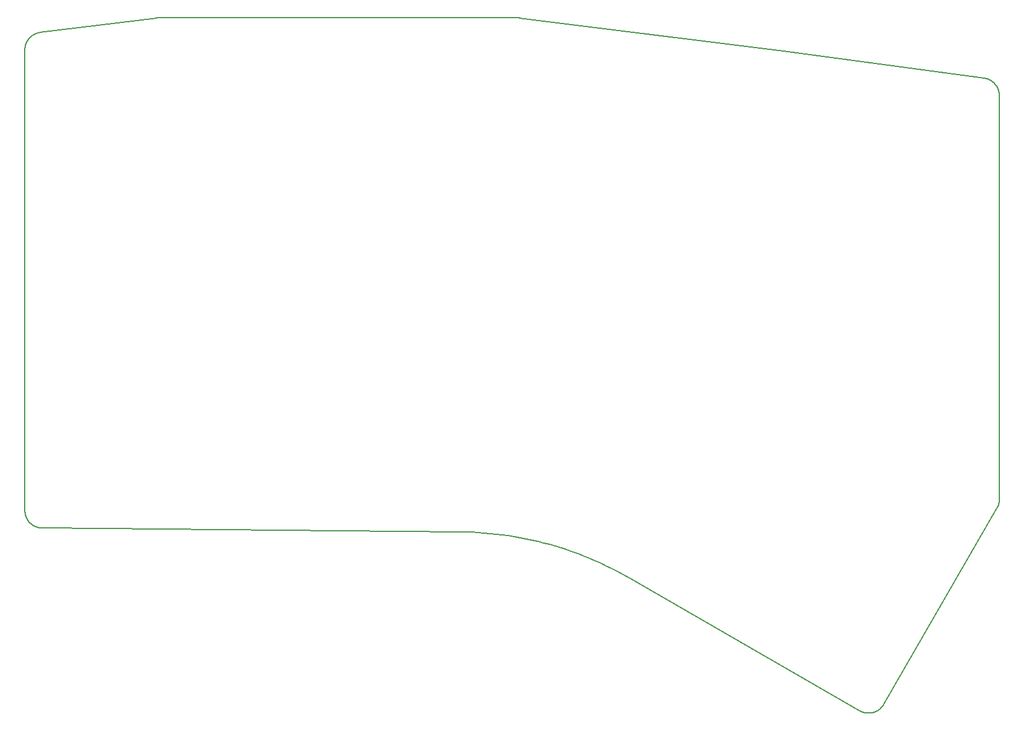
<source format=gm1>
%TF.GenerationSoftware,KiCad,Pcbnew,(5.1.9)-1*%
%TF.CreationDate,2021-08-27T08:52:58-07:00*%
%TF.ProjectId,small,736d616c-6c2e-46b6-9963-61645f706362,VERSION_HERE*%
%TF.SameCoordinates,Original*%
%TF.FileFunction,Profile,NP*%
%FSLAX46Y46*%
G04 Gerber Fmt 4.6, Leading zero omitted, Abs format (unit mm)*
G04 Created by KiCad (PCBNEW (5.1.9)-1) date 2021-08-27 08:52:58*
%MOMM*%
%LPD*%
G01*
G04 APERTURE LIST*
%TA.AperFunction,Profile*%
%ADD10C,0.150000*%
%TD*%
G04 APERTURE END LIST*
D10*
X265454380Y-193086930D02*
X265494380Y-193069930D01*
X265290380Y-193145930D02*
X265332380Y-193131930D01*
X265767380Y-192933930D02*
X265806380Y-192910930D01*
X265691380Y-192975930D02*
X265730380Y-192954930D01*
X265574380Y-193033930D02*
X265615380Y-193014930D01*
X265081380Y-193204930D02*
X265122380Y-193194930D01*
X265413380Y-193102930D02*
X265454380Y-193086930D01*
X265332380Y-193131930D02*
X265373380Y-193117930D01*
X265122380Y-193194930D02*
X265165380Y-193182930D01*
X265248380Y-193159930D02*
X265290380Y-193145930D01*
X265806380Y-192910930D02*
X265842380Y-192888930D01*
X265730380Y-192954930D02*
X265767380Y-192933930D01*
X265038380Y-193213930D02*
X265081380Y-193204930D01*
X265652380Y-192995930D02*
X265691380Y-192975930D01*
X265615380Y-193014930D02*
X265652380Y-192995930D01*
X264908380Y-193237930D02*
X264952380Y-193230930D01*
X265165380Y-193182930D02*
X265207380Y-193171930D01*
X265494380Y-193069930D02*
X265534380Y-193052930D01*
X265207380Y-193171930D02*
X265248380Y-193159930D01*
X264952380Y-193230930D02*
X264994380Y-193222930D01*
X265534380Y-193052930D02*
X265574380Y-193033930D01*
X264994380Y-193222930D02*
X265038380Y-193213930D01*
X265373380Y-193117930D02*
X265413380Y-193102930D01*
X282148380Y-102047630D02*
X282109380Y-102025030D01*
X281877380Y-101906630D02*
X281837380Y-101889130D01*
X282184380Y-102070130D02*
X282148380Y-102047630D01*
X281994380Y-101962530D02*
X281956380Y-101943730D01*
X281506380Y-101775430D02*
X281464380Y-101764530D01*
X281956380Y-101943730D02*
X281916380Y-101924430D01*
X281549380Y-101787330D02*
X281506380Y-101775430D01*
X282109380Y-102025030D02*
X282072380Y-102003730D01*
X281674380Y-101826630D02*
X281632380Y-101812630D01*
X281590380Y-101799430D02*
X281549380Y-101787330D01*
X281632380Y-101812630D02*
X281590380Y-101799430D01*
X281715380Y-101841130D02*
X281674380Y-101826630D01*
X282072380Y-102003730D02*
X282033380Y-101983030D01*
X282293380Y-102142130D02*
X282258380Y-102118130D01*
X282221380Y-102093430D02*
X282184380Y-102070130D01*
X281916380Y-101924430D02*
X281877380Y-101906630D01*
X281423380Y-101754530D02*
X281379380Y-101744930D01*
X282033380Y-101983030D02*
X281994380Y-101962530D01*
X281796380Y-101872230D02*
X281756380Y-101856330D01*
X282258380Y-102118130D02*
X282221380Y-102093430D01*
X281464380Y-101764530D02*
X281423380Y-101754530D01*
X281756380Y-101856330D02*
X281715380Y-101841130D01*
X281837380Y-101889130D02*
X281796380Y-101872230D01*
X282364380Y-102193230D02*
X282329380Y-102168030D01*
X282467380Y-102275230D02*
X282433380Y-102247530D01*
X282658380Y-102454030D02*
X282627380Y-102422530D01*
X282908380Y-102756830D02*
X282882380Y-102720530D01*
X282717380Y-102517330D02*
X282688380Y-102485130D01*
X282882380Y-102720530D02*
X282857380Y-102686430D01*
X282688380Y-102485130D02*
X282658380Y-102454030D01*
X282857380Y-102686430D02*
X282830380Y-102651130D01*
X282433380Y-102247530D02*
X282399380Y-102220330D01*
X282500380Y-102303630D02*
X282467380Y-102275230D01*
X282802380Y-102616930D02*
X282775380Y-102583330D01*
X282596380Y-102391630D02*
X282565380Y-102362130D01*
X282565380Y-102362130D02*
X282533380Y-102332630D01*
X282980380Y-102865730D02*
X282956380Y-102829030D01*
X282830380Y-102651130D02*
X282802380Y-102616930D01*
X282533380Y-102332630D02*
X282500380Y-102303630D01*
X282775380Y-102583330D02*
X282746380Y-102550130D01*
X282956380Y-102829030D02*
X282932380Y-102791630D01*
X282932380Y-102791630D02*
X282908380Y-102756830D01*
X282399380Y-102220330D02*
X282364380Y-102193230D01*
X282627380Y-102422530D02*
X282596380Y-102391630D01*
X282329380Y-102168030D02*
X282293380Y-102142130D01*
X282746380Y-102550130D02*
X282717380Y-102517330D01*
X143045330Y-164457130D02*
X143052450Y-164499730D01*
X143038840Y-164413730D02*
X143045330Y-164457130D01*
X143907510Y-165980930D02*
X143941140Y-166008630D01*
X143180570Y-164961730D02*
X143196410Y-165001930D01*
X143371790Y-165353730D02*
X143394300Y-165390430D01*
X143060470Y-164542930D02*
X143069130Y-164585530D01*
X143052450Y-164499730D02*
X143060470Y-164542930D01*
X143841550Y-165923530D02*
X143874310Y-165952530D01*
X143809340Y-165894030D02*
X143841550Y-165923530D01*
X143165290Y-164920930D02*
X143180570Y-164961730D01*
X143230800Y-165082930D02*
X143248590Y-165122030D01*
X143686310Y-165771030D02*
X143715820Y-165802130D01*
X143656790Y-165738830D02*
X143686310Y-165771030D01*
X143571730Y-165639230D02*
X143599450Y-165672830D01*
X143099640Y-164712530D02*
X143111510Y-164755330D01*
X143136840Y-164838230D02*
X143150800Y-164879930D01*
X143466320Y-165499330D02*
X143492240Y-165535630D01*
X143196410Y-165001930D02*
X143213300Y-165042730D01*
X143088710Y-164670330D02*
X143099640Y-164712530D01*
X143394300Y-165390430D02*
X143417630Y-165427030D01*
X143599450Y-165672830D02*
X143627800Y-165706030D01*
X143417630Y-165427030D02*
X143442380Y-165464430D01*
X143327970Y-165277830D02*
X143349270Y-165315530D01*
X144010600Y-166062830D02*
X144044690Y-166088130D01*
X143248590Y-165122030D02*
X143267940Y-165162530D01*
X143213300Y-165042730D02*
X143230800Y-165082930D01*
X143941140Y-166008630D02*
X143975340Y-166035830D01*
X143286750Y-165200330D02*
X143307220Y-165239630D01*
X143778220Y-165864530D02*
X143809340Y-165894030D01*
X143874310Y-165952530D02*
X143907510Y-165980930D01*
X143123640Y-164796330D02*
X143136840Y-164838230D01*
X143975340Y-166035830D02*
X144010600Y-166062830D01*
X143069130Y-164585530D02*
X143078720Y-164628730D01*
X143746760Y-165833530D02*
X143778220Y-165864530D01*
X143111510Y-164755330D02*
X143123640Y-164796330D01*
X143715820Y-165802130D02*
X143746760Y-165833530D01*
X143627800Y-165706030D02*
X143656790Y-165738830D01*
X143517470Y-165569730D02*
X143544520Y-165605030D01*
X143349270Y-165315530D02*
X143371790Y-165353730D01*
X143492240Y-165535630D02*
X143517470Y-165569730D01*
X143150800Y-164879930D02*
X143165290Y-164920930D01*
X143078720Y-164628730D02*
X143088710Y-164670330D01*
X143442380Y-165464430D02*
X143466320Y-165499330D01*
X143267940Y-165162530D02*
X143286750Y-165200330D01*
X143544520Y-165605030D02*
X143571730Y-165639230D01*
X143307220Y-165239630D02*
X143327970Y-165277830D01*
X143020640Y-164240630D02*
X143024000Y-164283430D01*
X143015880Y-97516340D02*
X143014810Y-97560460D01*
X143194320Y-96667590D02*
X143178780Y-96707260D01*
X143017660Y-97472960D02*
X143015880Y-97516340D01*
X143059380Y-97127040D02*
X143051480Y-97170230D01*
X143463820Y-96168610D02*
X143438780Y-96205220D01*
X143178780Y-96707260D02*
X143163340Y-96748860D01*
X143438780Y-96205220D02*
X143414820Y-96241580D01*
X143515130Y-96097700D02*
X143488400Y-96134020D01*
X143032450Y-97299640D02*
X143027690Y-97342360D01*
X143016050Y-164152930D02*
X143017970Y-164197030D01*
X143014520Y-97599120D02*
X143014520Y-164064930D01*
X143027690Y-97342360D02*
X143023570Y-97386030D01*
X143148880Y-96789950D02*
X143135480Y-96830350D01*
X143228420Y-96586730D02*
X143211120Y-96626780D01*
X143033170Y-164370630D02*
X143038840Y-164413730D01*
X143044490Y-97212590D02*
X143038140Y-97255610D01*
X143014520Y-164064930D02*
X143014920Y-164109630D01*
X143024000Y-164283430D02*
X143028180Y-164326730D01*
X143023570Y-97386030D02*
X143020230Y-97429900D01*
X143017970Y-164197030D02*
X143020640Y-164240630D01*
X143087460Y-96999040D02*
X143077420Y-97041270D01*
X143163340Y-96748860D02*
X143148880Y-96789950D01*
X143014920Y-164109630D02*
X143016050Y-164152930D01*
X143121910Y-96873660D02*
X143109970Y-96914340D01*
X143014810Y-97560460D02*
X143014520Y-97599120D01*
X143051480Y-97170230D02*
X143044490Y-97212590D01*
X143346860Y-96353040D02*
X143325470Y-96391050D01*
X143068060Y-97083880D02*
X143059380Y-97127040D01*
X143098280Y-96956850D02*
X143087460Y-96999040D01*
X143391760Y-96277970D02*
X143368430Y-96316220D01*
X143109970Y-96914340D02*
X143098280Y-96956850D01*
X143265250Y-96507280D02*
X143246520Y-96546800D01*
X143284500Y-96468510D02*
X143265250Y-96507280D01*
X143304510Y-96429810D02*
X143284500Y-96468510D01*
X143325470Y-96391050D02*
X143304510Y-96429810D01*
X143488400Y-96134020D02*
X143463820Y-96168610D01*
X143414820Y-96241580D02*
X143391760Y-96277970D01*
X143038140Y-97255610D02*
X143032450Y-97299640D01*
X143368430Y-96316220D02*
X143346860Y-96353040D01*
X143211120Y-96626780D02*
X143194320Y-96667590D01*
X143020230Y-97429900D02*
X143017660Y-97472960D01*
X143028180Y-164326730D02*
X143033170Y-164370630D01*
X143246520Y-96546800D02*
X143228420Y-96586730D01*
X143135480Y-96830350D02*
X143121910Y-96873660D01*
X143077420Y-97041270D02*
X143068060Y-97083880D01*
X144654060Y-95251270D02*
X144613280Y-95266620D01*
X144613280Y-95266620D02*
X144573590Y-95282330D01*
X144777780Y-95209550D02*
X144736890Y-95222550D01*
X143540870Y-96064010D02*
X143515130Y-96097700D01*
X143568170Y-96029540D02*
X143540870Y-96064010D01*
X143595840Y-95995850D02*
X143568170Y-96029540D01*
X143774440Y-95803500D02*
X143742960Y-95834580D01*
X145117500Y-95130250D02*
X145074780Y-95137500D01*
X144040570Y-95579250D02*
X144005490Y-95605330D01*
X144904150Y-95174190D02*
X144862530Y-95185060D01*
X143837610Y-95744340D02*
X143805420Y-95773970D01*
X144573590Y-95282330D02*
X144532340Y-95299540D01*
X144695340Y-95236540D02*
X144654060Y-95251270D01*
X144492670Y-95316880D02*
X144452850Y-95335140D01*
X143624340Y-95962310D02*
X143595840Y-95995850D01*
X144005490Y-95605330D02*
X143970880Y-95632020D01*
X144862530Y-95185060D02*
X144820220Y-95196880D01*
X143902900Y-95687300D02*
X143870400Y-95715190D01*
X143652860Y-95929930D02*
X143624340Y-95962310D01*
X143712120Y-95866090D02*
X143682540Y-95897380D01*
X145074780Y-95137500D02*
X145032600Y-95145420D01*
X143970880Y-95632020D02*
X143937270Y-95658870D01*
X144076240Y-95553700D02*
X144040570Y-95579250D01*
X144185600Y-95480990D02*
X144148340Y-95504840D01*
X144820220Y-95196880D02*
X144777780Y-95209550D01*
X144414440Y-95353580D02*
X144374290Y-95373690D01*
X144736890Y-95222550D02*
X144695340Y-95236540D01*
X144947080Y-95163790D02*
X144904150Y-95174190D01*
X145161540Y-95123580D02*
X145117500Y-95130250D01*
X144989650Y-95154240D02*
X144947080Y-95163790D01*
X145032600Y-95145420D02*
X144989650Y-95154240D01*
X145204300Y-95117840D02*
X145161540Y-95123580D01*
X143682540Y-95897380D02*
X143652860Y-95929930D01*
X144452850Y-95335140D02*
X144414440Y-95353580D01*
X143742960Y-95834580D02*
X143712120Y-95866090D01*
X143937270Y-95658870D02*
X143902900Y-95687300D01*
X144148340Y-95504840D02*
X144111930Y-95529050D01*
X144222240Y-95458420D02*
X144185600Y-95480990D01*
X144374290Y-95373690D02*
X144336220Y-95393620D01*
X144297830Y-95414570D02*
X144259470Y-95436390D01*
X144336220Y-95393620D02*
X144297830Y-95414570D01*
X144111930Y-95529050D02*
X144076240Y-95553700D01*
X143805420Y-95773970D02*
X143774440Y-95803500D01*
X144259470Y-95436390D02*
X144222240Y-95458420D01*
X143870400Y-95715190D02*
X143837610Y-95744340D01*
X144532340Y-95299540D02*
X144492670Y-95316880D01*
X161927680Y-93027420D02*
X145204300Y-95117840D01*
X161977080Y-93021760D02*
X161927680Y-93027420D01*
X162020780Y-93017530D02*
X161977080Y-93021760D01*
X162063380Y-93014190D02*
X162020780Y-93017530D01*
X162106980Y-93011520D02*
X162063380Y-93014190D01*
X214116780Y-93011780D02*
X214073080Y-93009770D01*
X252270380Y-97772930D02*
X214290780Y-93027360D01*
X214029380Y-93008530D02*
X213981580Y-93008070D01*
X162194280Y-93008470D02*
X162151080Y-93009600D01*
X281251380Y-101721130D02*
X281198380Y-101713330D01*
X162239080Y-93008070D02*
X162194280Y-93008470D01*
X214073080Y-93009770D02*
X214029380Y-93008530D01*
X214290780Y-93027360D02*
X214248080Y-93022400D01*
X281337380Y-101736230D02*
X281293380Y-101728230D01*
X213981580Y-93008070D02*
X162239080Y-93008070D01*
X214159980Y-93014530D02*
X214116780Y-93011780D01*
X214204080Y-93018080D02*
X214159980Y-93014530D01*
X214248080Y-93022400D02*
X214204080Y-93018080D01*
X252295380Y-97776200D02*
X252270380Y-97772930D01*
X281293380Y-101728230D02*
X281251380Y-101721130D01*
X162151080Y-93009600D02*
X162106980Y-93011520D01*
X281198380Y-101713330D02*
X252295380Y-97776200D01*
X281379380Y-101744930D02*
X281337380Y-101736230D01*
X266285380Y-192536930D02*
X266316380Y-192504930D01*
X265952380Y-192816930D02*
X265987380Y-192790930D01*
X266433380Y-192374930D02*
X266461380Y-192341930D01*
X266316380Y-192504930D02*
X266346380Y-192473930D01*
X266488380Y-192307930D02*
X266514380Y-192272930D01*
X266461380Y-192341930D02*
X266488380Y-192307930D01*
X266375380Y-192441930D02*
X266404380Y-192408930D01*
X266223380Y-192596930D02*
X266254380Y-192566930D01*
X265915380Y-192840930D02*
X265952380Y-192816930D01*
X266540380Y-192237930D02*
X266566380Y-192201930D01*
X265842380Y-192888930D02*
X265879380Y-192864930D01*
X266346380Y-192473930D02*
X266375380Y-192441930D01*
X266514380Y-192272930D02*
X266540380Y-192237930D01*
X266022380Y-192764930D02*
X266057380Y-192737930D01*
X266158380Y-192654930D02*
X266190380Y-192626930D01*
X266124380Y-192683930D02*
X266158380Y-192654930D01*
X265879380Y-192864930D02*
X265915380Y-192840930D01*
X266057380Y-192737930D02*
X266091380Y-192711930D01*
X266091380Y-192711930D02*
X266124380Y-192683930D01*
X265987380Y-192790930D02*
X266022380Y-192764930D01*
X266254380Y-192566930D02*
X266285380Y-192536930D01*
X266190380Y-192626930D02*
X266223380Y-192596930D01*
X266404380Y-192408930D02*
X266433380Y-192374930D01*
X283002380Y-102902430D02*
X282980380Y-102865730D01*
X283025380Y-102940630D02*
X283002380Y-102902430D01*
X283178380Y-103254230D02*
X283161380Y-103213430D01*
X283305380Y-103670630D02*
X283295380Y-103627430D01*
X283046380Y-102978330D02*
X283025380Y-102940630D01*
X283223380Y-103376130D02*
X283209380Y-103335230D01*
X283106380Y-103093530D02*
X283087380Y-103055830D01*
X283263380Y-103500730D02*
X283250380Y-103459730D01*
X283209380Y-103335230D02*
X283194380Y-103294330D01*
X283274380Y-103543530D02*
X283263380Y-103500730D01*
X283126380Y-103134130D02*
X283106380Y-103093530D01*
X283329380Y-103799030D02*
X283322380Y-103756430D01*
X283143380Y-103173130D02*
X283126380Y-103134130D01*
X283087380Y-103055830D02*
X283067380Y-103016530D01*
X283067380Y-103016530D02*
X283046380Y-102978330D01*
X283237380Y-103417930D02*
X283223380Y-103376130D01*
X283295380Y-103627430D02*
X283285380Y-103585830D01*
X283161380Y-103213430D02*
X283143380Y-103173130D01*
X283250380Y-103459730D02*
X283237380Y-103417930D01*
X283285380Y-103585830D02*
X283274380Y-103543530D01*
X283194380Y-103294330D02*
X283178380Y-103254230D01*
X283314380Y-103713230D02*
X283305380Y-103670630D01*
X283322380Y-103756430D02*
X283314380Y-103713230D01*
X283329380Y-162838630D02*
X283335380Y-162796130D01*
X283322380Y-162882030D02*
X283329380Y-162838630D01*
X283353380Y-104015530D02*
X283350380Y-103972630D01*
X283359380Y-104146430D02*
X283358380Y-104103230D01*
X283359380Y-162491630D02*
X283360380Y-162448230D01*
X283335380Y-162796130D02*
X283341380Y-162752030D01*
X283354380Y-162621830D02*
X283356380Y-162578930D01*
X283356380Y-162578930D02*
X283358380Y-162534930D01*
X283341380Y-103885530D02*
X283335380Y-103842330D01*
X283350380Y-103972630D02*
X283346380Y-103929430D01*
X283356380Y-104059130D02*
X283353380Y-104015530D01*
X283314380Y-162925230D02*
X283322380Y-162882030D01*
X283335380Y-103842330D02*
X283329380Y-103799030D01*
X283305380Y-162967230D02*
X283314380Y-162925230D01*
X283346380Y-103929430D02*
X283341380Y-103885530D01*
X283358380Y-104103230D02*
X283356380Y-104059130D01*
X283360380Y-104191230D02*
X283359380Y-104146430D01*
X283360380Y-162448230D02*
X283360380Y-104191230D01*
X283350380Y-162665530D02*
X283354380Y-162621830D01*
X283296380Y-163010430D02*
X283305380Y-162967230D01*
X283346380Y-162709530D02*
X283350380Y-162665530D01*
X283358380Y-162534930D02*
X283359380Y-162491630D01*
X283341380Y-162752030D02*
X283346380Y-162709530D01*
X283209380Y-163302230D02*
X283223380Y-163262130D01*
X283067380Y-163621330D02*
X283088380Y-163582630D01*
X283178380Y-163384530D02*
X283194380Y-163344230D01*
X283088380Y-163582630D02*
X283107380Y-163544030D01*
X266566380Y-192201930D02*
X266590380Y-192166930D01*
X283126380Y-163504430D02*
X283144380Y-163464530D01*
X266661380Y-192055930D02*
X266683380Y-192018930D01*
X283144380Y-163464530D02*
X283161380Y-163424630D01*
X266683380Y-192018930D02*
X283025380Y-163698430D01*
X266614380Y-192129930D02*
X266638380Y-192092930D01*
X283274380Y-163095630D02*
X283286380Y-163051730D01*
X283025380Y-163698430D02*
X283046380Y-163660030D01*
X283223380Y-163262130D02*
X283238380Y-163220130D01*
X283194380Y-163344230D02*
X283209380Y-163302230D01*
X283107380Y-163544030D02*
X283126380Y-163504430D01*
X266590380Y-192166930D02*
X266614380Y-192129930D01*
X283286380Y-163051730D02*
X283296380Y-163010430D01*
X283263380Y-163136830D02*
X283274380Y-163095630D01*
X283250380Y-163178930D02*
X283263380Y-163136830D01*
X283161380Y-163424630D02*
X283178380Y-163384530D01*
X283238380Y-163220130D02*
X283250380Y-163178930D01*
X266638380Y-192092930D02*
X266661380Y-192055930D01*
X283046380Y-163660030D02*
X283067380Y-163621330D01*
X263305380Y-192954930D02*
X263344380Y-192975930D01*
X264169380Y-193243930D02*
X264213380Y-193249930D01*
X263344380Y-192975930D02*
X263383380Y-192995930D01*
X229069480Y-173211730D02*
X230174280Y-173830930D01*
X264343380Y-193262930D02*
X264387380Y-193264930D01*
X264430380Y-193266930D02*
X264474380Y-193267930D01*
X263955380Y-193204930D02*
X263998380Y-193213930D01*
X222724080Y-170314130D02*
X223538580Y-170627530D01*
X218576680Y-168963130D02*
X219415380Y-169204230D01*
X217733880Y-168736630D02*
X218576680Y-168963130D01*
X226737980Y-172021530D02*
X227521980Y-172404730D01*
X263383380Y-192995930D02*
X263422380Y-193015930D01*
X263268380Y-192933930D02*
X263305380Y-192954930D01*
X220249680Y-169460030D02*
X221079380Y-169730330D01*
X264518380Y-193268930D02*
X264562380Y-193267930D01*
X263461380Y-193034930D02*
X263500380Y-193051930D01*
X264213380Y-193249930D02*
X264257380Y-193254930D01*
X263998380Y-193213930D02*
X264041380Y-193222930D01*
X227521980Y-172404730D02*
X228299280Y-172801530D01*
X219415380Y-169204230D02*
X220249680Y-169460030D01*
X264127380Y-193237930D02*
X264169380Y-193243930D01*
X214327280Y-167978630D02*
X215183780Y-168145830D01*
X264299380Y-193258930D02*
X264343380Y-193262930D01*
X223538580Y-170627530D02*
X224347380Y-170955030D01*
X264474380Y-193267930D02*
X264518380Y-193268930D01*
X228299280Y-172801530D02*
X229069480Y-173211730D01*
X263913380Y-193194930D02*
X263955380Y-193204930D01*
X264041380Y-193222930D02*
X264084380Y-193230930D01*
X263787380Y-193159930D02*
X263829380Y-193171930D01*
X263541380Y-193069930D02*
X263581380Y-193086930D01*
X221904280Y-170015030D02*
X222724080Y-170314130D01*
X230174280Y-173830930D02*
X263268380Y-192933930D01*
X225150480Y-171296630D02*
X225947380Y-171652130D01*
X224347380Y-170955030D02*
X225150480Y-171296630D01*
X225947380Y-171652130D02*
X226737980Y-172021530D01*
X221079380Y-169730330D02*
X221904280Y-170015030D01*
X263500380Y-193051930D02*
X263541380Y-193069930D01*
X216887380Y-168524830D02*
X217733880Y-168736630D01*
X264084380Y-193230930D02*
X264127380Y-193237930D01*
X216037180Y-168327830D02*
X216887380Y-168524830D01*
X264387380Y-193264930D02*
X264430380Y-193266930D01*
X263829380Y-193171930D02*
X263870380Y-193182930D01*
X263581380Y-193086930D02*
X263621380Y-193102930D01*
X263662380Y-193117930D02*
X263704380Y-193132930D01*
X263745380Y-193145930D02*
X263787380Y-193159930D01*
X263621380Y-193102930D02*
X263662380Y-193117930D01*
X263870380Y-193182930D02*
X263913380Y-193194930D01*
X215183780Y-168145830D02*
X216037180Y-168327830D01*
X264257380Y-193254930D02*
X264299380Y-193258930D01*
X263704380Y-193132930D02*
X263745380Y-193145930D01*
X263422380Y-193015930D02*
X263461380Y-193034930D01*
X144783980Y-166456730D02*
X144824960Y-166468830D01*
X210876080Y-167460130D02*
X211742180Y-167567130D01*
X145166580Y-166541530D02*
X145209680Y-166547130D01*
X144742140Y-166443530D02*
X144783980Y-166456730D01*
X144417770Y-166312430D02*
X144458340Y-166331730D01*
X144618570Y-166399730D02*
X144659450Y-166415030D01*
X144115860Y-166137930D02*
X144153250Y-166162730D01*
X206524980Y-167152530D02*
X207397080Y-167183630D01*
X144659450Y-166415030D02*
X144700360Y-166429530D01*
X145253600Y-166552130D02*
X145296870Y-166556330D01*
X145427730Y-166564330D02*
X145491020Y-166565730D01*
X144264840Y-166231030D02*
X144302490Y-166252330D01*
X144081030Y-166114030D02*
X144115860Y-166137930D01*
X144497360Y-166349530D02*
X144537610Y-166367030D01*
X145123190Y-166535030D02*
X145166580Y-166541530D01*
X211742180Y-167567130D02*
X212606180Y-167689230D01*
X144951610Y-166501630D02*
X144994810Y-166511230D01*
X210008280Y-167368230D02*
X210876080Y-167460130D01*
X209138980Y-167291530D02*
X210008280Y-167368230D01*
X207397080Y-167183630D02*
X208268480Y-167230030D01*
X145339700Y-166559730D02*
X145383600Y-166562330D01*
X145080610Y-166527830D02*
X145123190Y-166535030D01*
X145037390Y-166519830D02*
X145080610Y-166527830D01*
X144994810Y-166511230D02*
X145037390Y-166519830D01*
X144910000Y-166491630D02*
X144951610Y-166501630D01*
X144302490Y-166252330D02*
X144340710Y-166273130D01*
X144537610Y-166367030D02*
X144578380Y-166383930D01*
X144380020Y-166293530D02*
X144417770Y-166312430D01*
X144700360Y-166429530D02*
X144742140Y-166443530D01*
X208268480Y-167230030D02*
X209138980Y-167291530D01*
X205652480Y-167136630D02*
X206524980Y-167152530D01*
X145383600Y-166562330D02*
X145427730Y-166564330D01*
X144578380Y-166383930D02*
X144618570Y-166399730D01*
X144226620Y-166208530D02*
X144264840Y-166231030D01*
X144189890Y-166186030D02*
X144226620Y-166208530D01*
X213467980Y-167826430D02*
X214327280Y-167978630D01*
X212606180Y-167689230D02*
X213467980Y-167826430D01*
X144340710Y-166273130D02*
X144380020Y-166293530D01*
X145491020Y-166565730D02*
X205652480Y-167136630D01*
X144824960Y-166468830D02*
X144867760Y-166480730D01*
X145209680Y-166547130D02*
X145253600Y-166552130D01*
X145296870Y-166556330D02*
X145339700Y-166559730D01*
X144153250Y-166162730D02*
X144189890Y-166186030D01*
X144867760Y-166480730D02*
X144910000Y-166491630D01*
X144458340Y-166331730D02*
X144497360Y-166349530D01*
X144044690Y-166088130D02*
X144081030Y-166114030D01*
X264865380Y-193243930D02*
X264908380Y-193237930D01*
X264605380Y-193266930D02*
X264649380Y-193264930D01*
X264823380Y-193249930D02*
X264865380Y-193243930D01*
X264692380Y-193262930D02*
X264736380Y-193258930D01*
X264736380Y-193258930D02*
X264779380Y-193254930D01*
X264649380Y-193264930D02*
X264692380Y-193262930D01*
X264779380Y-193254930D02*
X264823380Y-193249930D01*
X264562380Y-193267930D02*
X264605380Y-193266930D01*
M02*

</source>
